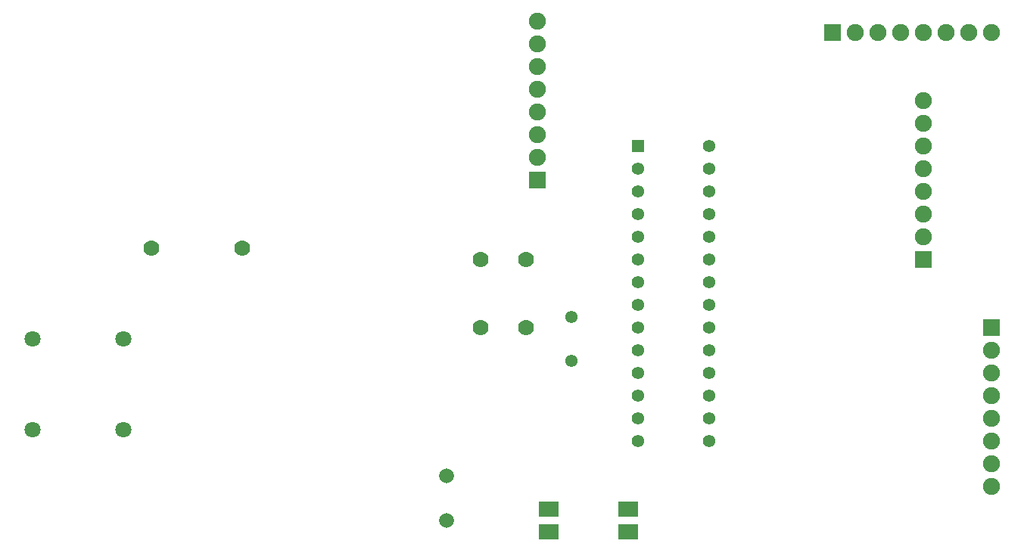
<source format=gbr>
G04 EasyPC Gerber Version 21.0.3 Build 4286 *
G04 #@! TF.Part,Single*
G04 #@! TF.FileFunction,Soldermask,Bot *
G04 #@! TF.FilePolarity,Negative *
%FSLAX35Y35*%
%MOIN*%
G04 #@! TA.AperFunction,ComponentPad*
%ADD22R,0.05461X0.05461*%
%ADD29R,0.07496X0.07496*%
%ADD25C,0.05449*%
%ADD23C,0.05461*%
%ADD27C,0.06551*%
%ADD24C,0.07000*%
%ADD26C,0.07102*%
%ADD28R,0.09000X0.07000*%
%ADD72C,0.07496*%
X0Y0D02*
D02*
D22*
X331081Y223596D03*
D02*
D23*
Y93596D03*
Y103596D03*
Y113596D03*
Y123596D03*
Y133596D03*
Y143596D03*
Y153596D03*
Y163596D03*
Y173596D03*
Y183596D03*
Y193596D03*
Y203596D03*
Y213596D03*
X362333Y93596D03*
Y103596D03*
Y113596D03*
Y123596D03*
Y133596D03*
Y143596D03*
Y153596D03*
Y163596D03*
Y173596D03*
Y183596D03*
Y193596D03*
Y203596D03*
Y213596D03*
Y223596D03*
D02*
D24*
X116707Y178596D03*
X156707D03*
X261707Y143596D03*
Y173596D03*
X281707Y143596D03*
Y173596D03*
D02*
D25*
X301707Y128990D03*
Y148203D03*
D02*
D26*
X64266Y98596D03*
Y138596D03*
X104266Y98596D03*
Y138596D03*
D02*
D27*
X246707Y58754D03*
Y78439D03*
D02*
D28*
X291707Y53596D03*
Y63596D03*
X326707Y53596D03*
Y63596D03*
D02*
D29*
X286707Y208596D03*
X416707Y273596D03*
X456707Y173596D03*
X486707Y143596D03*
D02*
D72*
X286707Y218596D03*
Y228596D03*
Y238596D03*
Y248596D03*
Y258596D03*
Y268596D03*
Y278596D03*
X426707Y273596D03*
X436707D03*
X446707D03*
X456707Y183596D03*
Y193596D03*
Y203596D03*
Y213596D03*
Y223596D03*
Y233596D03*
Y243596D03*
Y273596D03*
X466707D03*
X476707D03*
X486707Y73596D03*
Y83596D03*
Y93596D03*
Y103596D03*
Y113596D03*
Y123596D03*
Y133596D03*
Y273596D03*
X0Y0D02*
M02*

</source>
